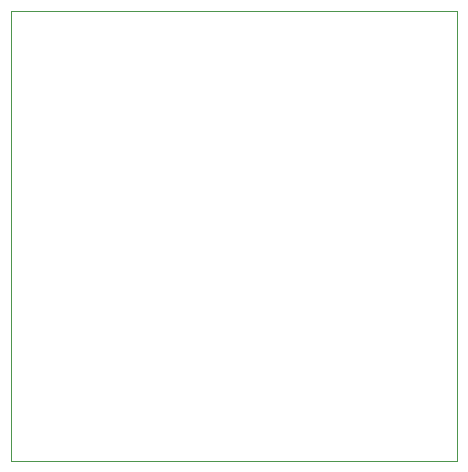
<source format=gtp>
G75*
%MOIN*%
%OFA0B0*%
%FSLAX25Y25*%
%IPPOS*%
%LPD*%
%AMOC8*
5,1,8,0,0,1.08239X$1,22.5*
%
%ADD10C,0.00000*%
D10*
X0001000Y0001000D02*
X0001000Y0150961D01*
X0149701Y0150961D01*
X0149701Y0001000D01*
X0001000Y0001000D01*
M02*

</source>
